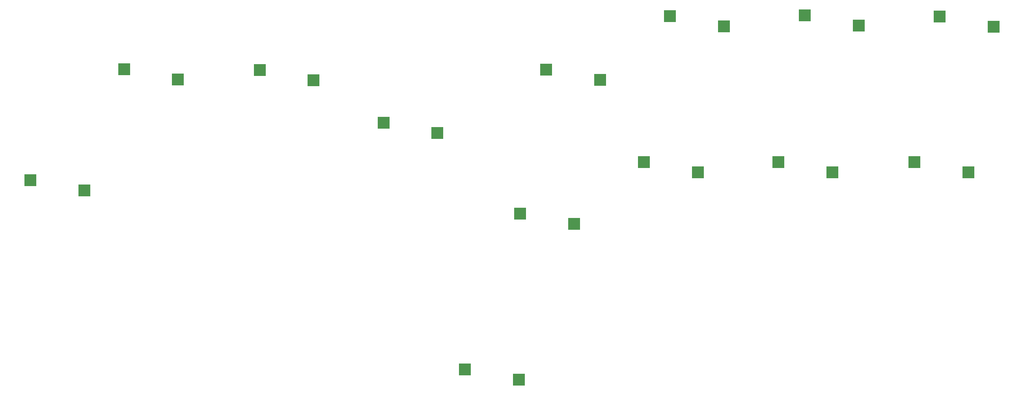
<source format=gbp>
%TF.GenerationSoftware,KiCad,Pcbnew,(6.0.7)*%
%TF.CreationDate,2022-08-15T09:31:34+10:00*%
%TF.ProjectId,Flatbox-rev1_1,466c6174-626f-4782-9d72-6576315f312e,rev?*%
%TF.SameCoordinates,Original*%
%TF.FileFunction,Paste,Bot*%
%TF.FilePolarity,Positive*%
%FSLAX46Y46*%
G04 Gerber Fmt 4.6, Leading zero omitted, Abs format (unit mm)*
G04 Created by KiCad (PCBNEW (6.0.7)) date 2022-08-15 09:31:34*
%MOMM*%
%LPD*%
G01*
G04 APERTURE LIST*
%ADD10R,2.600000X2.600000*%
G04 APERTURE END LIST*
D10*
X34825000Y-82950000D03*
X46375000Y-85150000D03*
X236195000Y-81290000D03*
X224645000Y-79090000D03*
X195435000Y-79090000D03*
X206985000Y-81290000D03*
X178135000Y-81290000D03*
X166585000Y-79090000D03*
X151525000Y-92400000D03*
X139975000Y-90200000D03*
X230085000Y-47750000D03*
X241635000Y-49950000D03*
X212665000Y-49710000D03*
X201115000Y-47510000D03*
X183695000Y-49830000D03*
X172145000Y-47630000D03*
X157135000Y-61360000D03*
X145585000Y-59160000D03*
X139695000Y-125870000D03*
X128145000Y-123670000D03*
X122195000Y-72770000D03*
X110645000Y-70570000D03*
X95595000Y-61420000D03*
X84045000Y-59220000D03*
X66500000Y-61300000D03*
X54950000Y-59100000D03*
M02*

</source>
